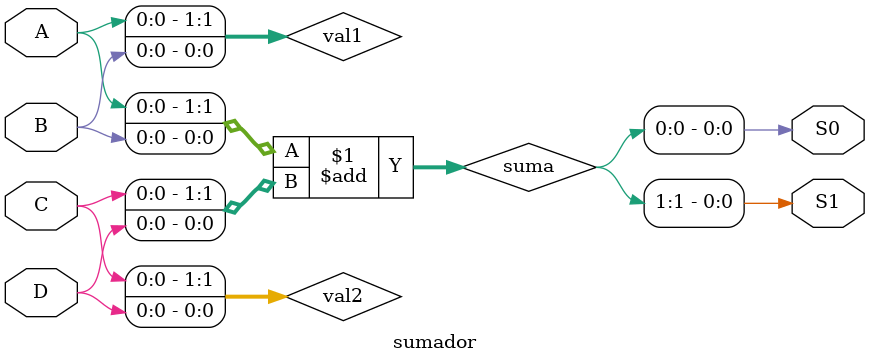
<source format=sv>
module sumador (
    input  logic A, B, C, D,
    output logic S1, S0
);
    logic [1:0] val1, val2, suma;

    assign val1 = {A, B};
    assign val2 = {C, D};
    assign suma = val1 + val2;

    assign S1 = suma[1];
    assign S0 = suma[0];
endmodule

</source>
